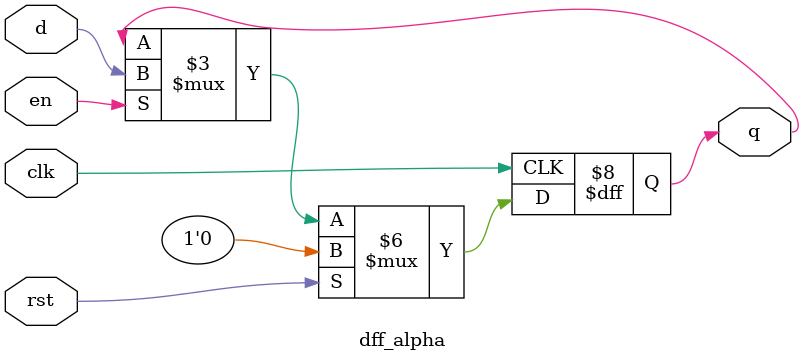
<source format=v>
/* 
    Negative triggered dff with synchronous hign active reset and hign active enable
*/ 
module dff_alpha (clk, rst, en, d, q);
    input clk, rst, en, d;
    output q;
    reg q;

    always @(negedge clk) begin
        if(rst) q <= 1'b0;
        else 
            if(en) q <= d;
            else q <= q;
    end
endmodule
</source>
